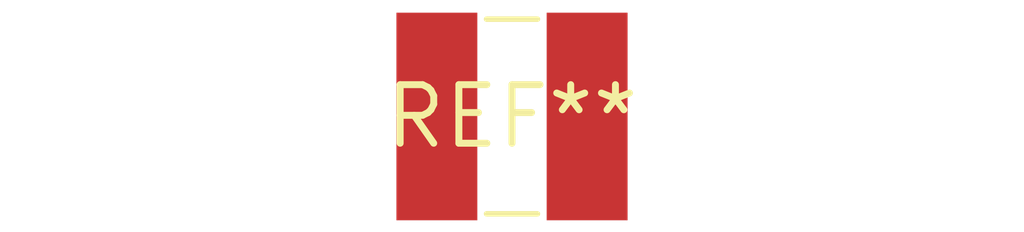
<source format=kicad_pcb>
(kicad_pcb (version 20240108) (generator pcbnew)
  (layers (0 "F.Cu" signal) (31 "B.Cu" signal) (34 "B.Paste" user) (35 "F.Paste" user) (36 "B.SilkS" user "B.Silkscreen") (37 "F.SilkS" user "F.Silkscreen") (38 "B.Mask" user) (39 "F.Mask" user) (44 "Edge.Cuts" user))
  (net 0 "")
  (footprint "L_Ferrocore_DLG-0403" (layer "F.Cu") (at 0 0)
    (property "Reference" "REF**")
    (property "Value" "L_Ferrocore_DLG-0403")
    (fp_line (start -0.55 -2.11) (end 0.55 -2.11) (layer "F.SilkS") (stroke (width 0.12)))
    (fp_line (start -0.55 2.11) (end 0.55 2.11) (layer "F.SilkS") (stroke (width 0.12)))
    (pad "1" smd rect (at -1.625 0) (size 1.75 4.5) (layers "F.Cu" "F.Paste" "F.Mask"))
    (pad "2" smd rect (at 1.625 0) (size 1.75 4.5) (layers "F.Cu" "F.Paste" "F.Mask"))
  )
)
</source>
